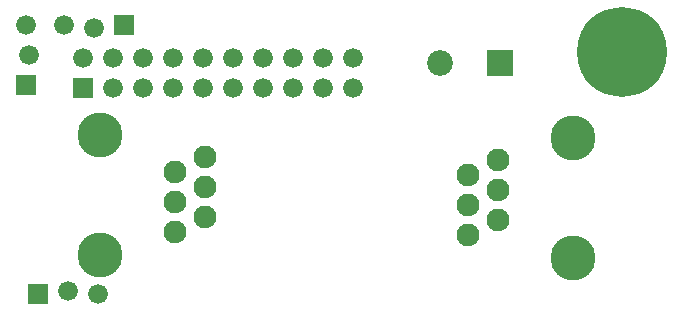
<source format=gbr>
G04 start of page 7 for group -4062 idx -4062 *
G04 Title: (unknown), soldermask *
G04 Creator: pcb 20140316 *
G04 CreationDate: Tue 10 May 2016 09:41:56 AM GMT UTC *
G04 For: ndholmes *
G04 Format: Gerber/RS-274X *
G04 PCB-Dimensions (mil): 2220.00 1040.00 *
G04 PCB-Coordinate-Origin: lower left *
%MOIN*%
%FSLAX25Y25*%
%LNBOTTOMMASK*%
%ADD74C,0.0001*%
%ADD73C,0.0760*%
%ADD72C,0.0860*%
%ADD71C,0.0660*%
%ADD70C,0.1500*%
%ADD69C,0.2997*%
G54D69*X206000Y88000D03*
G54D70*X189925Y19500D03*
Y59500D03*
G54D71*X56500Y76000D03*
X66500D03*
X76500D03*
X66500Y86000D03*
X76500D03*
X86500D03*
X96500D03*
X106500D03*
X116500D03*
X86500Y76000D03*
X96500D03*
X106500D03*
X116500D03*
G54D72*X145500Y84500D03*
G54D73*X154925Y27000D03*
Y37000D03*
Y47000D03*
X164925Y32000D03*
Y42000D03*
Y52000D03*
G54D74*G36*
X161200Y88800D02*Y80200D01*
X169800D01*
Y88800D01*
X161200D01*
G37*
G54D73*X67000Y53000D03*
X57000Y48000D03*
X67000Y43000D03*
X57000Y38000D03*
X67000Y33000D03*
X57000Y28000D03*
G54D70*X32000Y20500D03*
G54D74*G36*
X8200Y10800D02*Y4200D01*
X14800D01*
Y10800D01*
X8200D01*
G37*
G54D71*X21500Y8500D03*
X31500Y7500D03*
G54D74*G36*
X23200Y79300D02*Y72700D01*
X29800D01*
Y79300D01*
X23200D01*
G37*
G54D71*X36500Y76000D03*
G54D70*X32000Y60500D03*
G54D71*X46500Y76000D03*
Y86000D03*
X56500D03*
X26500D03*
X36500D03*
G54D74*G36*
X36700Y100300D02*Y93700D01*
X43300D01*
Y100300D01*
X36700D01*
G37*
G54D71*X30000Y96000D03*
X20000Y97000D03*
G54D74*G36*
X4200Y80300D02*Y73700D01*
X10800D01*
Y80300D01*
X4200D01*
G37*
G54D71*X8500Y87000D03*
X7500Y97000D03*
M02*

</source>
